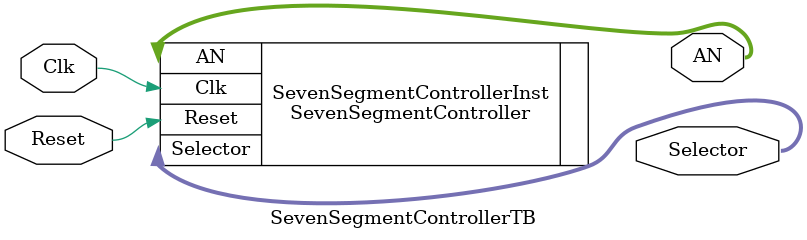
<source format=v>
`timescale 1ns / 1ps


module SevenSegmentControllerTB (
    input  wire       Reset,
    input  wire       Clk,
    output wire [3:0] AN,
    output wire [1:0] Selector
);
  SevenSegmentController #(
      .ControllerClockCycle(4),
      .ControllerCounterWidth(3)
  ) SevenSegmentControllerInst (
      .Reset   (Reset),
      .Clk     (Clk),
      .AN      (AN),
      .Selector(Selector)
  );
  // cocotb dump waveforms
`ifdef COCOTB_SIM
  initial begin
    $dumpfile("waveform.vcd");  // Name of the dump file
    $dumpvars(0, SevenSegmentControllerTB);  // Dump all variables for the top module
  end
`endif
endmodule

</source>
